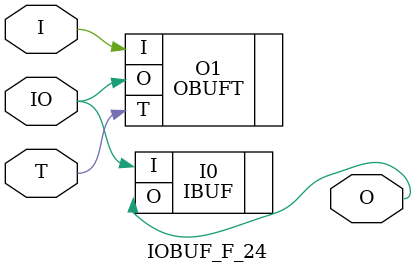
<source format=v>


`timescale  1 ps / 1 ps


module IOBUF_F_24 (O, IO, I, T);

    output O;

    inout  IO;

    input  I, T;

        OBUFT #( .SLEW("FAST"), .DRIVE(24)) O1 (.O(IO), .I(I), .T(T)); 
	IBUF #(.IOSTANDARD("DEFAULT"))  I0 (.O(O), .I(IO));
        

endmodule



</source>
